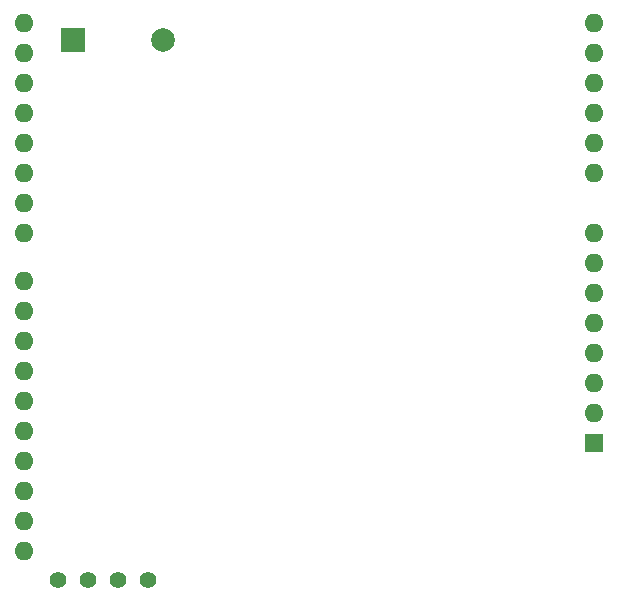
<source format=gbr>
%TF.GenerationSoftware,KiCad,Pcbnew,8.0.6*%
%TF.CreationDate,2025-01-14T16:55:08+01:00*%
%TF.ProjectId,Receptor Laser,52656365-7074-46f7-9220-4c617365722e,rev?*%
%TF.SameCoordinates,Original*%
%TF.FileFunction,Soldermask,Bot*%
%TF.FilePolarity,Negative*%
%FSLAX46Y46*%
G04 Gerber Fmt 4.6, Leading zero omitted, Abs format (unit mm)*
G04 Created by KiCad (PCBNEW 8.0.6) date 2025-01-14 16:55:08*
%MOMM*%
%LPD*%
G01*
G04 APERTURE LIST*
%ADD10R,2.000000X2.000000*%
%ADD11C,2.000000*%
%ADD12C,1.400000*%
%ADD13R,1.600000X1.600000*%
%ADD14O,1.600000X1.600000*%
G04 APERTURE END LIST*
D10*
%TO.C,BZ1*%
X52334000Y-72644000D03*
D11*
X59934000Y-72644000D03*
%TD*%
D12*
%TO.C,OLED1*%
X51054000Y-118364000D03*
X53594000Y-118364000D03*
X56134000Y-118364000D03*
X58674000Y-118364000D03*
%TD*%
D13*
%TO.C,UNO1*%
X96426000Y-106752000D03*
D14*
X96426000Y-104212000D03*
X96426000Y-101672000D03*
X96426000Y-99132000D03*
X96426000Y-96592000D03*
X96426000Y-94052000D03*
X96426000Y-91512000D03*
X96426000Y-88972000D03*
X96426000Y-83892000D03*
X96426000Y-81352000D03*
X96426000Y-78812000D03*
X96426000Y-76272000D03*
X96426000Y-73732000D03*
X96426000Y-71192000D03*
X48166000Y-71192000D03*
X48166000Y-73732000D03*
X48166000Y-76272000D03*
X48166000Y-78812000D03*
X48166000Y-81352000D03*
X48166000Y-83892000D03*
X48166000Y-86432000D03*
X48166000Y-88972000D03*
X48166000Y-93032000D03*
X48166000Y-95572000D03*
X48166000Y-98112000D03*
X48166000Y-100652000D03*
X48166000Y-103192000D03*
X48166000Y-105732000D03*
X48166000Y-108272000D03*
X48166000Y-110812000D03*
X48166000Y-113352000D03*
X48166000Y-115892000D03*
%TD*%
M02*

</source>
